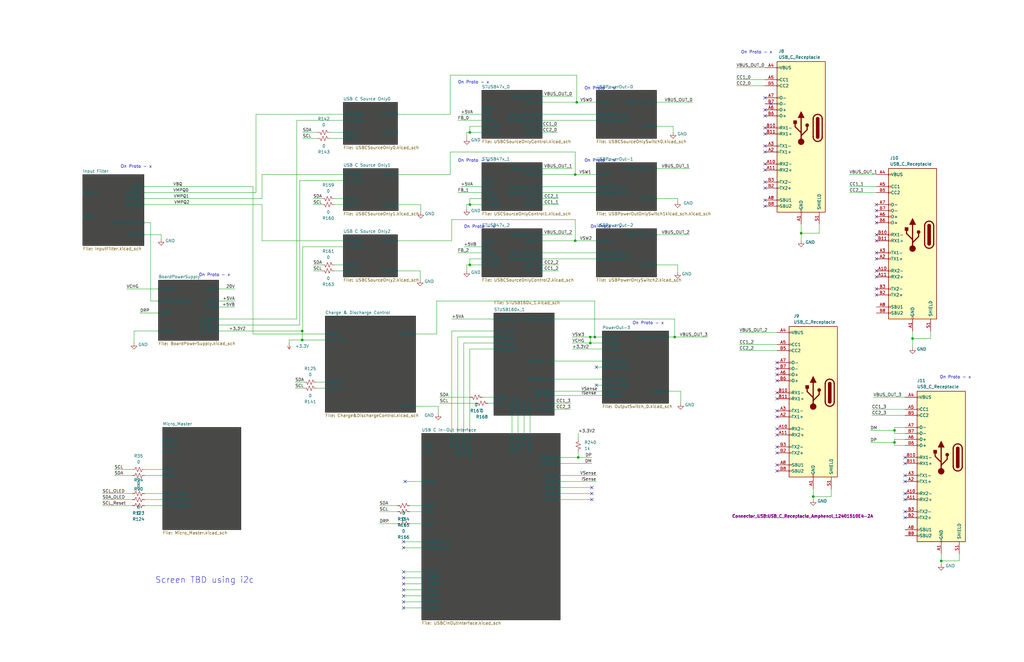
<source format=kicad_sch>
(kicad_sch (version 20230121) (generator eeschema)
  (paper "B")
  (title_block (title "SN-952-A, Charge & Discharge Control") (date "2023-06-28") (rev "PA"))
  (lib_symbols
    (symbol "Connector:USB_C_Receptacle" (pin_names (offset 1.016))
      (property "Reference" "J" (at -10.16 29.21 0))
      (property "Value" "USB_C_Receptacle" (at 10.16 29.21 0))
      (symbol "USB_C_Receptacle_0_0"
        (rectangle (start -0.254 -35.56) (end 0.254 -34.544))
        (rectangle (start 10.16 -32.766) (end 9.144 -33.274))
        (rectangle (start 10.16 -30.226) (end 9.144 -30.734))
        (rectangle (start 10.16 -25.146) (end 9.144 -25.654))
        (rectangle (start 10.16 -22.606) (end 9.144 -23.114))
        (rectangle (start 10.16 -17.526) (end 9.144 -18.034))
        (rectangle (start 10.16 -14.986) (end 9.144 -15.494))
        (rectangle (start 10.16 -9.906) (end 9.144 -10.414))
        (rectangle (start 10.16 -7.366) (end 9.144 -7.874))
        (rectangle (start 10.16 -2.286) (end 9.144 -2.794))
        (rectangle (start 10.16 0.254) (end 9.144 -0.254))
        (rectangle (start 10.16 5.334) (end 9.144 4.826))
        (rectangle (start 10.16 7.874) (end 9.144 7.366))
        (rectangle (start 10.16 10.414) (end 9.144 9.906))
        (rectangle (start 10.16 12.954) (end 9.144 12.446))
        (rectangle (start 10.16 18.034) (end 9.144 17.526))
        (rectangle (start 10.16 20.574) (end 9.144 20.066))
        (rectangle (start 10.16 25.654) (end 9.144 25.146))
      )
      (symbol "USB_C_Receptacle_0_1"
        (rectangle (start -10.16 27.94) (end 10.16 -35.56) (stroke (width 0.254)) (fill (type background)))
        (arc (start -8.89 -3.81) (mid -6.985 -5.7067) (end -5.08 -3.81) (stroke (width 0.508)))
        (arc (start -7.62 -3.81) (mid -6.985 -4.4423) (end -6.35 -3.81) (stroke (width 0.254)))
        (arc (start -7.62 -3.81) (mid -6.985 -4.4423) (end -6.35 -3.81) (stroke (width 0.254)) (fill (type outline)))
        (rectangle (start -7.62 -3.81) (end -6.35 3.81) (stroke (width 0.254)) (fill (type outline)))
        (arc (start -6.35 3.81) (mid -6.985 4.4423) (end -7.62 3.81) (stroke (width 0.254)))
        (arc (start -6.35 3.81) (mid -6.985 4.4423) (end -7.62 3.81) (stroke (width 0.254)) (fill (type outline)))
        (arc (start -5.08 3.81) (mid -6.985 5.7067) (end -8.89 3.81) (stroke (width 0.508)))
        (polyline (pts (xy -8.89 -3.81) (xy -8.89 3.81)) (stroke (width 0.508)))
        (polyline (pts (xy -5.08 3.81) (xy -5.08 -3.81)) (stroke (width 0.508)))
      )
      (symbol "USB_C_Receptacle_1_1"
        (circle (center -2.54 1.143) (radius 0.635) (stroke (width 0.254)) (fill (type outline)))
        (circle (center 0 -5.842) (radius 1.27) (fill (type outline)))
        (polyline (pts (xy 0 -5.842) (xy 0 4.318)) (stroke (width 0.508)))
        (polyline (pts (xy 0 -3.302) (xy -2.54 -0.762) (xy -2.54 0.508)) (stroke (width 0.508)))
        (polyline (pts (xy 0 -2.032) (xy 2.54 0.508) (xy 2.54 1.778)) (stroke (width 0.508)))
        (polyline (pts (xy -1.27 4.318) (xy 0 6.858) (xy 1.27 4.318) (xy -1.27 4.318)) (stroke (width 0.254)) (fill (type outline)))
        (rectangle (start 1.905 1.778) (end 3.175 3.048) (stroke (width 0.254)) (fill (type outline)))
        (pin passive line (at 0 -40.64 90) (length 5.08) (name "GND") (number "A1"))
        (pin bidirectional line (at 15.24 -15.24 180) (length 5.08) (name "RX2-") (number "A10"))
        (pin bidirectional line (at 15.24 -17.78 180) (length 5.08) (name "RX2+") (number "A11"))
        (pin passive line (at 0 -40.64 90) (length 5.08) hide (name "GND") (number "A12"))
        (pin bidirectional line (at 15.24 -10.16 180) (length 5.08) (name "TX1+") (number "A2"))
        (pin bidirectional line (at 15.24 -7.62 180) (length 5.08) (name "TX1-") (number "A3"))
        (pin passive line (at 15.24 25.4 180) (length 5.08) (name "VBUS") (number "A4"))
        (pin bidirectional line (at 15.24 20.32 180) (length 5.08) (name "CC1") (number "A5"))
        (pin bidirectional line (at 15.24 7.62 180) (length 5.08) (name "D+") (number "A6"))
        (pin bidirectional line (at 15.24 12.7 180) (length 5.08) (name "D-") (number "A7"))
        (pin bidirectional line (at 15.24 -30.48 180) (length 5.08) (name "SBU1") (number "A8"))
        (pin passive line (at 15.24 25.4 180) (length 5.08) hide (name "VBUS") (number "A9"))
        (pin passive line (at 0 -40.64 90) (length 5.08) hide (name "GND") (number "B1"))
        (pin bidirectional line (at 15.24 0 180) (length 5.08) (name "RX1-") (number "B10"))
        (pin bidirectional line (at 15.24 -2.54 180) (length 5.08) (name "RX1+") (number "B11"))
        (pin passive line (at 0 -40.64 90) (length 5.08) hide (name "GND") (number "B12"))
        (pin bidirectional line (at 15.24 -25.4 180) (length 5.08) (name "TX2+") (number "B2"))
        (pin bidirectional line (at 15.24 -22.86 180) (length 5.08) (name "TX2-") (number "B3"))
        (pin passive line (at 15.24 25.4 180) (length 5.08) hide (name "VBUS") (number "B4"))
        (pin bidirectional line (at 15.24 17.78 180) (length 5.08) (name "CC2") (number "B5"))
        (pin bidirectional line (at 15.24 5.08 180) (length 5.08) (name "D+") (number "B6"))
        (pin bidirectional line (at 15.24 10.16 180) (length 5.08) (name "D-") (number "B7"))
        (pin bidirectional line (at 15.24 -33.02 180) (length 5.08) (name "SBU2") (number "B8"))
        (pin passive line (at 15.24 25.4 180) (length 5.08) hide (name "VBUS") (number "B9"))
        (pin passive line (at -7.62 -40.64 90) (length 5.08) (name "SHIELD") (number "S1"))
      )
    )
    (symbol "Device:R_Small_US" (pin_numbers hide) (pin_names (offset 0.254) hide)
      (property "Reference" "R" (at 0.762 0.508 0))
      (property "Value" "R_Small_US" (at 0.762 -1.016 0))
      (symbol "R_Small_US_1_1"
        (polyline (pts (xy 0 0) (xy 1.016 -0.381) (xy 0 -0.762) (xy -1.016 -1.143) (xy 0 -1.524)))
        (polyline (pts (xy 0 1.524) (xy 1.016 1.143) (xy 0 0.762) (xy -1.016 0.381) (xy 0 0)))
        (pin passive line (at 0 2.54 270) (length 1.016) (name "~") (number "1"))
        (pin passive line (at 0 -2.54 90) (length 1.016) (name "~") (number "2"))
      )
    )
    (symbol "power:+3.3V" (power) (pin_names (offset 0))
      (property "Value" "+3.3V" (at 0 3.556 0))
      (symbol "+3.3V_0_1"
        (polyline (pts (xy -0.762 1.27) (xy 0 2.54)))
        (polyline (pts (xy 0 0) (xy 0 2.54)))
        (polyline (pts (xy 0 2.54) (xy 0.762 1.27)))
      )
      (symbol "+3.3V_1_1"
        (pin power_in line (at 0 0 90) (length 0) hide (name "+3.3V") (number "1"))
      )
    )
    (symbol "power:GND" (power) (pin_names (offset 0))
      (property "Value" "GND" (at 0 -3.81 0))
      (symbol "GND_0_1"
        (polyline (pts (xy 0 0) (xy 0 -1.27) (xy 1.27 -1.27) (xy 0 -2.54) (xy -1.27 -1.27) (xy 0 -1.27)))
      )
      (symbol "GND_1_1"
        (pin power_in line (at 0 0 270) (length 0) hide (name "GND") (number "1"))
      )
    )
  )
  (junction (at 243.205 43.18))
  (junction (at 284.48 142.24))
  (junction (at 243.84 193.04))
  (junction (at 127.4283 139.7))
  (junction (at 337.82 98.425))
  (junction (at 377.19 181.61))
  (junction (at 250.825 142.24))
  (junction (at 198.12 55.88))
  (junction (at 127.4283 143.51))
  (junction (at 198.12 86.36))
  (junction (at 248.92 142.24))
  (junction (at 242.57 73.66))
  (junction (at 242.57 101.6))
  (junction (at 377.19 186.69))
  (junction (at 384.81 142.875))
  (junction (at 198.12 111.76))
  (junction (at 396.875 236.7063))
  (junction (at 342.9 209.55))
  (junction (at 248.92 144.78))
  (no_connect (at 170.18 248.92))
  (no_connect (at 170.18 251.46))
  (no_connect (at 170.18 254))
  (no_connect (at 170.18 256.54))
  (no_connect (at 170.18 246.38))
  (no_connect (at 170.18 241.3))
  (no_connect (at 170.18 243.84))
  (no_connect (at 327.66 155.575))
  (no_connect (at 251.46 162.56))
  (no_connect (at 251.46 154.94))
  (no_connect (at 322.58 53.975))
  (no_connect (at 322.58 61.595))
  (no_connect (at 322.58 56.515))
  (no_connect (at 322.58 64.135))
  (no_connect (at 322.58 41.275))
  (no_connect (at 325.12 43.815))
  (no_connect (at 322.58 46.355))
  (no_connect (at 322.58 48.895))
  (no_connect (at 322.58 69.215))
  (no_connect (at 322.58 71.755))
  (no_connect (at 322.58 76.835))
  (no_connect (at 322.58 79.375))
  (no_connect (at 381.635 208.28))
  (no_connect (at 381.635 210.82))
  (no_connect (at 381.635 215.9))
  (no_connect (at 381.635 218.44))
  (no_connect (at 381.635 193.04))
  (no_connect (at 381.635 195.58))
  (no_connect (at 381.635 200.66))
  (no_connect (at 381.635 203.2))
  (no_connect (at 369.57 109.22))
  (no_connect (at 369.57 99.06))
  (no_connect (at 369.57 106.68))
  (no_connect (at 369.57 101.6))
  (no_connect (at 369.57 124.46))
  (no_connect (at 369.57 121.92))
  (no_connect (at 369.57 114.3))
  (no_connect (at 369.57 116.84))
  (no_connect (at 369.57 93.98))
  (no_connect (at 369.57 88.9))
  (no_connect (at 369.57 86.36))
  (no_connect (at 369.57 91.44))
  (no_connect (at 327.66 188.595))
  (no_connect (at 327.66 191.135))
  (no_connect (at 327.66 183.515))
  (no_connect (at 327.66 175.895))
  (no_connect (at 327.66 180.975))
  (no_connect (at 327.66 173.355))
  (no_connect (at 327.66 168.275))
  (no_connect (at 327.66 165.735))
  (no_connect (at 322.58 86.995))
  (no_connect (at 322.58 84.455))
  (no_connect (at 327.66 196.215))
  (no_connect (at 327.66 198.755))
  (no_connect (at 170.18 228.6))
  (no_connect (at 327.66 158.115))
  (no_connect (at 170.18 231.14))
  (no_connect (at 327.66 153.035))
  (no_connect (at 327.66 160.655))
  (no_connect (at 170.815 203.2))
  (no_connect (at 249.555 205.74))
  (no_connect (at 249.555 210.82))
  (no_connect (at 249.555 208.28))
  (wire (pts (xy 233.68 170.18) (xy 240.665 170.18)))
  (wire (pts (xy 381.635 187.96) (xy 377.19 187.96)))
  (wire (pts (xy 248.92 144.78) (xy 254 144.78)))
  (wire (pts (xy 248.92 142.24) (xy 250.825 142.24)))
  (wire (pts (xy 43.18 210.82) (xy 55.88 210.82)))
  (wire (pts (xy 127.635 58.42) (xy 134.021 58.42)))
  (wire (pts (xy 233.68 172.72) (xy 240.665 172.72)))
  (wire (pts (xy 92.202 137.16) (xy 126.365 137.16)))
  (wire (pts (xy 170.18 251.46) (xy 177.8 251.46)))
  (wire (pts (xy 342.9 209.55) (xy 342.9 206.375)))
  (wire (pts (xy 139.065 55.88) (xy 144.78 55.88)))
  (wire (pts (xy 290.83 99.06) (xy 276.86 99.06)))
  (wire (pts (xy 198.12 55.88) (xy 196.85 55.88)))
  (wire (pts (xy 292.1 43.18) (xy 276.86 43.18)))
  (wire (pts (xy 392.43 142.875) (xy 384.81 142.875)))
  (wire (pts (xy 189.865 31.75) (xy 243.205 31.75)))
  (wire (pts (xy 170.18 248.92) (xy 177.8 248.92)))
  (wire (pts (xy 198.12 147.32) (xy 208.28 147.32)))
  (wire (pts (xy 228.6 109.22) (xy 251.46 109.22)))
  (wire (pts (xy 249.555 205.74) (xy 236.22 205.74)))
  (wire (pts (xy 189.865 64.135) (xy 242.57 64.135)))
  (wire (pts (xy 137.16 140.97) (xy 106.68 140.97)))
  (wire (pts (xy 60.706 93.98) (xy 63.5 93.98)))
  (wire (pts (xy 228.6 73.66) (xy 242.57 73.66)))
  (wire (pts (xy 367.665 172.72) (xy 381.635 172.72)))
  (wire (pts (xy 53.34 121.92) (xy 66.802 121.92)))
  (wire (pts (xy 110.49 73.66) (xy 110.49 83.82)))
  (wire (pts (xy 194.31 48.26) (xy 203.2 48.26)))
  (wire (pts (xy 203.2 55.88) (xy 198.12 55.88)))
  (wire (pts (xy 243.84 190.5) (xy 243.84 193.04)))
  (wire (pts (xy 284.48 142.24) (xy 284.48 134.62)))
  (wire (pts (xy 170.18 228.6) (xy 177.8 228.6)))
  (wire (pts (xy 350.52 206.375) (xy 350.52 209.55)))
  (wire (pts (xy 276.86 111.76) (xy 285.75 111.76)))
  (wire (pts (xy 177.8 241.3) (xy 170.18 241.3)))
  (wire (pts (xy 125.095 50.8) (xy 125.095 134.62)))
  (wire (pts (xy 243.205 31.75) (xy 243.205 43.18)))
  (wire (pts (xy 137.16 143.51) (xy 127.4283 143.51)))
  (wire (pts (xy 342.9 210.82) (xy 342.9 209.55)))
  (wire (pts (xy 208.28 142.24) (xy 193.04 142.24)))
  (wire (pts (xy 63.5 127) (xy 66.802 127)))
  (wire (pts (xy 281.94 165.1) (xy 287.02 165.1)))
  (wire (pts (xy 106.68 78.74) (xy 60.706 78.74)))
  (wire (pts (xy 195.58 144.78) (xy 208.28 144.78)))
  (wire (pts (xy 285.75 111.76) (xy 285.75 114.935)))
  (wire (pts (xy 377.19 181.61) (xy 367.03 181.61)))
  (wire (pts (xy 228.6 101.6) (xy 242.57 101.6)))
  (wire (pts (xy 139.101 58.42) (xy 144.78 58.42)))
  (wire (pts (xy 190.5 92.71) (xy 242.57 92.71)))
  (wire (pts (xy 377.19 187.96) (xy 377.19 186.69)))
  (wire (pts (xy 251.46 154.94) (xy 254 154.94)))
  (wire (pts (xy 377.19 186.69) (xy 367.03 186.69)))
  (wire (pts (xy 284.48 134.62) (xy 233.68 134.62)))
  (wire (pts (xy 203.2 86.36) (xy 198.12 86.36)))
  (wire (pts (xy 170.18 246.38) (xy 177.8 246.38)))
  (wire (pts (xy 384.81 142.875) (xy 384.81 139.7)))
  (wire (pts (xy 228.6 81.28) (xy 251.46 81.28)))
  (wire (pts (xy 218.44 175.26) (xy 218.44 182.88)))
  (wire (pts (xy 250.825 142.24) (xy 254 142.24)))
  (wire (pts (xy 228.6 78.74) (xy 251.46 78.74)))
  (wire (pts (xy 110.49 101.6) (xy 144.78 101.6)))
  (wire (pts (xy 285.75 83.82) (xy 285.75 85.09)))
  (wire (pts (xy 228.6 48.26) (xy 251.46 48.26)))
  (wire (pts (xy 228.6 86.36) (xy 235.585 86.36)))
  (wire (pts (xy 311.785 147.955) (xy 327.66 147.955)))
  (wire (pts (xy 193.04 106.68) (xy 203.2 106.68)))
  (wire (pts (xy 132.08 86.36) (xy 135.89 86.36)))
  (wire (pts (xy 167.64 48.26) (xy 189.865 48.26)))
  (wire (pts (xy 236.22 195.58) (xy 249.555 195.58)))
  (wire (pts (xy 228.6 50.8) (xy 251.46 50.8)))
  (wire (pts (xy 228.6 99.06) (xy 241.3 99.06)))
  (wire (pts (xy 228.6 53.34) (xy 234.95 53.34)))
  (wire (pts (xy 133.35 163.83) (xy 137.16 163.83)))
  (wire (pts (xy 228.6 43.18) (xy 243.205 43.18)))
  (wire (pts (xy 121.92 143.51) (xy 127.4283 143.51)))
  (wire (pts (xy 384.81 146.685) (xy 384.81 142.875)))
  (wire (pts (xy 233.68 166.8588) (xy 254 166.8588)))
  (wire (pts (xy 350.52 209.55) (xy 342.9 209.55)))
  (wire (pts (xy 228.6 114.3) (xy 235.585 114.3)))
  (wire (pts (xy 381.635 185.42) (xy 377.19 185.42)))
  (wire (pts (xy 198.12 182.88) (xy 198.12 147.32)))
  (wire (pts (xy 127.4283 139.7) (xy 127.635 139.7)))
  (wire (pts (xy 196.85 111.76) (xy 196.85 114.3)))
  (wire (pts (xy 243.84 182.88) (xy 243.84 185.42)))
  (wire (pts (xy 233.68 152.4) (xy 254 152.4)))
  (wire (pts (xy 189.865 73.66) (xy 189.865 64.135)))
  (wire (pts (xy 177.165 114.3) (xy 177.165 118.11)))
  (wire (pts (xy 396.875 238.125) (xy 396.875 236.7063)))
  (wire (pts (xy 196.85 86.36) (xy 196.85 88.265)))
  (wire (pts (xy 367.665 175.26) (xy 381.635 175.26)))
  (wire (pts (xy 170.815 203.2) (xy 177.8 203.2)))
  (wire (pts (xy 107.95 48.26) (xy 144.78 48.26)))
  (wire (pts (xy 160.02 220.98) (xy 167.64 220.98)))
  (wire (pts (xy 251.46 162.56) (xy 254 162.56)))
  (wire (pts (xy 311.785 140.335) (xy 327.66 140.335)))
  (wire (pts (xy 177.419 86.36) (xy 177.419 89.535)))
  (wire (pts (xy 404.495 233.68) (xy 404.495 236.7063)))
  (wire (pts (xy 251.46 101.6) (xy 242.57 101.6)))
  (wire (pts (xy 140.97 83.82) (xy 144.78 83.82)))
  (wire (pts (xy 140.97 111.76) (xy 144.78 111.76)))
  (wire (pts (xy 144.78 104.14) (xy 127.635 104.14)))
  (wire (pts (xy 92.202 134.62) (xy 125.095 134.62)))
  (wire (pts (xy 126.365 76.2) (xy 144.78 76.2)))
  (wire (pts (xy 185.42 167.64) (xy 198.2577 167.64)))
  (wire (pts (xy 170.18 231.14) (xy 177.8 231.14)))
  (wire (pts (xy 133.35 161.29) (xy 137.16 161.29)))
  (wire (pts (xy 203.2 111.76) (xy 198.12 111.76)))
  (wire (pts (xy 106.68 140.97) (xy 106.68 78.74)))
  (wire (pts (xy 60.96 208.28) (xy 68.58 208.28)))
  (wire (pts (xy 248.92 144.78) (xy 248.92 142.24)))
  (wire (pts (xy 59.055 132.08) (xy 66.802 132.08)))
  (wire (pts (xy 310.515 36.195) (xy 322.58 36.195)))
  (wire (pts (xy 242.57 64.135) (xy 242.57 73.66)))
  (wire (pts (xy 43.18 213.36) (xy 55.88 213.36)))
  (wire (pts (xy 377.19 180.34) (xy 377.19 181.61)))
  (wire (pts (xy 198.12 111.76) (xy 196.85 111.76)))
  (wire (pts (xy 167.894 86.36) (xy 177.419 86.36)))
  (wire (pts (xy 172.72 220.98) (xy 177.8 220.98)))
  (wire (pts (xy 358.14 81.28) (xy 369.57 81.28)))
  (wire (pts (xy 56.515 139.7) (xy 56.515 144.78)))
  (wire (pts (xy 223.52 175.26) (xy 223.52 182.88)))
  (wire (pts (xy 377.19 182.88) (xy 377.19 181.61)))
  (wire (pts (xy 281.94 142.24) (xy 284.48 142.24)))
  (wire (pts (xy 283.845 53.34) (xy 283.845 55.88)))
  (wire (pts (xy 228.6 40.64) (xy 241.3 40.64)))
  (wire (pts (xy 184.15 140.97) (xy 184.15 127)))
  (wire (pts (xy 233.68 165.1) (xy 254 165.1)))
  (wire (pts (xy 236.22 203.2) (xy 251.46 203.2)))
  (wire (pts (xy 60.96 198.12) (xy 68.58 198.12)))
  (wire (pts (xy 190.5 182.88) (xy 190.5 139.7)))
  (wire (pts (xy 60.96 200.66) (xy 68.58 200.66)))
  (wire (pts (xy 110.49 86.36) (xy 110.49 101.6)))
  (wire (pts (xy 276.86 83.82) (xy 285.75 83.82)))
  (wire (pts (xy 198.12 109.22) (xy 198.12 111.76)))
  (wire (pts (xy 66.802 139.7) (xy 56.515 139.7)))
  (wire (pts (xy 228.6 71.12) (xy 241.3 71.12)))
  (wire (pts (xy 198.12 53.34) (xy 198.12 55.88)))
  (wire (pts (xy 135.89 83.82) (xy 132.08 83.82)))
  (wire (pts (xy 242.57 73.66) (xy 251.46 73.66)))
  (wire (pts (xy 128.27 161.29) (xy 124.46 161.29)))
  (wire (pts (xy 358.14 73.66) (xy 369.57 73.66)))
  (wire (pts (xy 228.6 106.68) (xy 251.46 106.68)))
  (wire (pts (xy 233.68 160.02) (xy 254 160.02)))
  (wire (pts (xy 160.02 213.36) (xy 167.64 213.36)))
  (wire (pts (xy 345.44 98.425) (xy 337.82 98.425)))
  (wire (pts (xy 241.3 142.24) (xy 248.92 142.24)))
  (wire (pts (xy 228.6 55.88) (xy 234.95 55.88)))
  (wire (pts (xy 184.785 171.45) (xy 184.785 174.625)))
  (wire (pts (xy 287.02 165.1) (xy 287.02 170.18)))
  (wire (pts (xy 170.18 243.84) (xy 177.8 243.84)))
  (wire (pts (xy 175.26 171.45) (xy 184.785 171.45)))
  (wire (pts (xy 172.72 215.9) (xy 177.8 215.9)))
  (wire (pts (xy 404.495 236.7063) (xy 396.875 236.7063)))
  (wire (pts (xy 249.555 208.28) (xy 236.22 208.28)))
  (wire (pts (xy 194.31 78.74) (xy 203.2 78.74)))
  (wire (pts (xy 144.78 50.8) (xy 125.095 50.8)))
  (wire (pts (xy 189.865 48.26) (xy 189.865 31.75)))
  (wire (pts (xy 60.706 86.36) (xy 110.49 86.36)))
  (wire (pts (xy 203.3377 167.64) (xy 208.28 167.64)))
  (wire (pts (xy 195.58 182.88) (xy 195.58 144.78)))
  (wire (pts (xy 167.894 73.66) (xy 189.865 73.66)))
  (wire (pts (xy 60.96 213.36) (xy 68.58 213.36)))
  (wire (pts (xy 127.635 55.88) (xy 133.985 55.88)))
  (wire (pts (xy 110.49 83.82) (xy 60.706 83.82)))
  (wire (pts (xy 92.202 127) (xy 99.06 127)))
  (wire (pts (xy 167.64 101.6) (xy 190.5 101.6)))
  (wire (pts (xy 396.875 236.7063) (xy 396.875 233.68)))
  (wire (pts (xy 381.635 180.34) (xy 377.19 180.34)))
  (wire (pts (xy 193.04 142.24) (xy 193.04 182.88)))
  (wire (pts (xy 242.57 92.71) (xy 242.57 101.6)))
  (wire (pts (xy 205.74 170.18) (xy 208.28 170.18)))
  (wire (pts (xy 63.5 93.98) (xy 63.5 127)))
  (wire (pts (xy 92.202 129.54) (xy 99.06 129.54)))
  (wire (pts (xy 132.08 114.3) (xy 135.89 114.3)))
  (wire (pts (xy 290.83 71.12) (xy 276.86 71.12)))
  (wire (pts (xy 144.78 73.66) (xy 110.49 73.66)))
  (wire (pts (xy 377.19 185.42) (xy 377.19 186.69)))
  (wire (pts (xy 310.515 33.655) (xy 322.58 33.655)))
  (wire (pts (xy 48.26 198.12) (xy 55.88 198.12)))
  (wire (pts (xy 190.5 139.7) (xy 208.28 139.7)))
  (wire (pts (xy 228.6 111.76) (xy 235.585 111.76)))
  (wire (pts (xy 124.46 163.83) (xy 128.27 163.83)))
  (wire (pts (xy 215.9 175.26) (xy 215.9 182.88)))
  (wire (pts (xy 236.22 193.04) (xy 243.84 193.04)))
  (wire (pts (xy 126.365 137.16) (xy 126.365 76.2)))
  (wire (pts (xy 196.85 55.88) (xy 196.85 58.42)))
  (wire (pts (xy 170.18 254) (xy 177.8 254)))
  (wire (pts (xy 127.635 104.14) (xy 127.635 139.7)))
  (wire (pts (xy 172.72 213.36) (xy 177.8 213.36)))
  (wire (pts (xy 311.785 145.415) (xy 327.66 145.415)))
  (wire (pts (xy 92.202 121.92) (xy 99.06 121.92)))
  (wire (pts (xy 236.22 200.66) (xy 251.46 200.66)))
  (wire (pts (xy 358.14 78.74) (xy 369.57 78.74)))
  (wire (pts (xy 43.18 208.28) (xy 55.88 208.28)))
  (wire (pts (xy 203.2 53.34) (xy 198.12 53.34)))
  (wire (pts (xy 60.706 81.28) (xy 107.95 81.28)))
  (wire (pts (xy 184.15 127) (xy 250.825 127)))
  (wire (pts (xy 198.12 83.82) (xy 198.12 86.36)))
  (wire (pts (xy 392.43 139.7) (xy 392.43 142.875)))
  (wire (pts (xy 135.89 111.76) (xy 132.08 111.76)))
  (wire (pts (xy 48.26 200.66) (xy 55.88 200.66)))
  (wire (pts (xy 284.48 142.24) (xy 298.45 142.24)))
  (wire (pts (xy 167.64 114.3) (xy 177.165 114.3)))
  (wire (pts (xy 67.945 99.06) (xy 67.945 100.965)))
  (wire (pts (xy 140.97 86.36) (xy 144.78 86.36)))
  (wire (pts (xy 127.4283 143.51) (xy 127.4283 139.7)))
  (wire (pts (xy 250.825 127) (xy 250.825 142.24)))
  (wire (pts (xy 160.02 215.9) (xy 167.64 215.9)))
  (wire (pts (xy 248.92 144.78) (xy 241.3 144.78)))
  (wire (pts (xy 243.205 43.18) (xy 251.46 43.18)))
  (wire (pts (xy 193.04 81.28) (xy 203.2 81.28)))
  (wire (pts (xy 368.3 167.64) (xy 381.635 167.64)))
  (wire (pts (xy 249.555 210.82) (xy 236.22 210.82)))
  (wire (pts (xy 337.82 101.6) (xy 337.82 98.425)))
  (wire (pts (xy 190.5 101.6) (xy 190.5 92.71)))
  (wire (pts (xy 185.42 170.18) (xy 200.66 170.18)))
  (wire (pts (xy 220.98 175.26) (xy 220.98 182.88)))
  (wire (pts (xy 337.82 98.425) (xy 337.82 94.615)))
  (wire (pts (xy 276.86 53.34) (xy 283.845 53.34)))
  (wire (pts (xy 193.04 50.8) (xy 203.2 50.8)))
  (wire (pts (xy 140.97 114.3) (xy 144.78 114.3)))
  (wire (pts (xy 107.95 81.28) (xy 107.95 48.26)))
  (wire (pts (xy 241.3 147.32) (xy 254 147.32)))
  (wire (pts (xy 198.12 86.36) (xy 196.85 86.36)))
  (wire (pts (xy 203.2 83.82) (xy 198.12 83.82)))
  (wire (pts (xy 228.6 83.82) (xy 235.585 83.82)))
  (wire (pts (xy 310.515 28.575) (xy 322.58 28.575)))
  (wire (pts (xy 60.96 210.82) (xy 68.58 210.82)))
  (wire (pts (xy 177.8 256.54) (xy 170.18 256.54)))
  (wire (pts (xy 190.5 134.62) (xy 208.28 134.62)))
  (wire (pts (xy 345.44 94.615) (xy 345.44 98.425)))
  (wire (pts (xy 60.706 99.06) (xy 67.945 99.06)))
  (wire (pts (xy 203.2 109.22) (xy 198.12 109.22)))
  (wire (pts (xy 92.202 139.7) (xy 127.4283 139.7)))
  (wire (pts (xy 175.26 140.97) (xy 184.15 140.97)))
  (wire (pts (xy 243.84 193.04) (xy 249.555 193.04)))
  (wire (pts (xy 381.635 182.88) (xy 377.19 182.88)))
  (wire (pts (xy 121.92 144.78) (xy 121.92 143.51)))
  (wire (pts (xy 195.58 104.14) (xy 203.2 104.14)))
  (text "On Proto - x\n" (at 193.04 35.56 0) (effects (font (size 1.27 1.27)) (justify left bottom)))
  (text "On Proto - x\n" (at 248.92 96.52 0) (effects (font (size 1.27 1.27)) (justify left bottom)))
  (text "On Proto - x\n" (at 83.82 116.84 0) (effects (font (size 1.27 1.27)) (justify left bottom)))
  (text "On Proto - x\n" (at 246.38 68.58 0) (effects (font (size 1.27 1.27)) (justify left bottom)))
  (text "On Proto - x\n" (at 193.04 68.58 0) (effects (font (size 1.27 1.27)) (justify left bottom)))
  (text "On Proto - x\n" (at 195.58 96.52 0) (effects (font (size 1.27 1.27)) (justify left bottom)))
  (text "On Proto - x\n" (at 50.8 71.12 0) (effects (font (size 1.27 1.27)) (justify left bottom)))
  (text "On Proto - x\n" (at 266.7 137.16 0) (effects (font (size 1.27 1.27)) (justify left bottom)))
  (text "On Proto - x\n" (at 246.38 38.1 0) (effects (font (size 1.27 1.27)) (justify left bottom)))
  (text "On Proto - x\n" (at 312.42 22.86 0) (effects (font (size 1.27 1.27)) (justify left bottom)))
  (text "Screen TBD using i2c" (at 65.405 246.38 0) (effects (font (size 2.54 2.54)) (justify left bottom)))
  (text "On Proto - x\n" (at 396.24 160.02 0) (effects (font (size 1.27 1.27)) (justify left bottom)))
  (label "CC1_1" (at 358.14 78.74 0))
  (label "VMPQ1" (at 73.2283 83.82 0))
  (label "VCHG" (at 53.34 121.92 0))
  (label "VCHG" (at 241.3 144.78 0))
  (label "ISense" (at 251.46 203.2 180))
  (label "CC2_3" (at 240.665 172.72 180))
  (label "VSW1" (at 244.2136 73.66 0))
  (label "SCL" (at 48.26 198.12 0))
  (label "CC2_2" (at 311.785 147.955 0))
  (label "VSW2" (at 244.475 101.6 0))
  (label "ISense" (at 245.11 166.8588 0))
  (label "DP" (at 249.555 193.04 180))
  (label "SDA" (at 185.42 167.64 0))
  (label "CC1_0" (at 310.515 33.655 0))
  (label "VSense" (at 245.11 165.1 0))
  (label "VBUS_OUT_2" (at 241.3 99.06 180))
  (label "SDA" (at 48.26 200.66 0))
  (label "CC1_2" (at 311.785 145.415 0))
  (label "VBQ" (at 73.025 78.74 0))
  (label "CC1_0" (at 234.95 53.34 180))
  (label "VSW0" (at 244.6184 43.18 0))
  (label "SCL" (at 132.08 114.3 0))
  (label "DRP" (at 160.02 220.98 0))
  (label "+5VA" (at 99.06 127 180))
  (label "DRP" (at 59.055 132.08 0))
  (label "SCL" (at 185.42 170.18 0))
  (label "CC2_0" (at 234.95 55.88 180))
  (label "SCL" (at 132.08 86.36 0))
  (label "CC2_1" (at 235.585 83.82 180))
  (label "+3.3V2" (at 96.52 139.7 0))
  (label "VBUS_OUT_1" (at 358.14 73.66 0))
  (label "CC2_0" (at 310.515 36.195 0))
  (label "CC1_3" (at 367.665 172.72 0))
  (label "VMPQ2" (at 73.4202 86.36 0))
  (label "+5VB" (at 195.58 104.14 0))
  (label "VBUS_OUT_2" (at 290.83 99.06 180))
  (label "VBUS_OUT_1" (at 290.83 71.12 180))
  (label "VSW3" (at 241.3 142.24 0))
  (label "SDA_OLED" (at 43.18 210.82 0))
  (label "VBUS_OUT_3" (at 298.45 142.24 180))
  (label "CC2_2" (at 235.585 111.76 180))
  (label "+3.3V2" (at 241.3 147.32 0))
  (label "VBUS_OUT_0" (at 310.515 28.575 0))
  (label "VBUS_OUT_3" (at 368.3 167.64 0))
  (label "SCL" (at 160.02 215.9 0))
  (label "DM" (at 249.555 195.58 180))
  (label "SDA" (at 132.08 111.76 0))
  (label "FB_0" (at 193.04 50.8 0))
  (label "SCL_OLED" (at 43.18 208.28 0))
  (label "CC2_1" (at 358.14 81.28 0))
  (label "DP" (at 367.03 186.69 0))
  (label "SDA" (at 160.02 213.36 0))
  (label "VSense" (at 251.46 200.66 180))
  (label "FB_1" (at 193.04 81.28 0))
  (label "VBUS_OUT_2" (at 311.785 140.335 0))
  (label "+3.3V2" (at 243.84 182.88 0))
  (label "DM" (at 367.03 181.61 0))
  (label "VBUS_OUT_1" (at 241.3 71.12 180))
  (label "VBUS_OUT_0" (at 241.3 40.64 180))
  (label "SCL_Reset" (at 43.18 213.36 0))
  (label "SCL" (at 124.46 163.83 0))
  (label "SCL" (at 127.635 58.42 0))
  (label "FB_2" (at 193.04 106.68 0))
  (label "SDA" (at 127.635 55.88 0))
  (label "SDA" (at 132.08 83.82 0))
  (label "CC1_2" (at 235.585 114.3 180))
  (label "CC1_3" (at 240.665 170.18 180))
  (label "20V" (at 99.06 121.92 180))
  (label "+5VA" (at 194.31 78.74 0))
  (label "+5VA" (at 194.31 48.26 0))
  (label "+5VA" (at 190.5 134.62 0))
  (label "CC1_1" (at 235.585 86.36 180))
  (label "VBUS_OUT_0" (at 292.1 43.18 180))
  (label "+5VB" (at 99.06 129.54 180))
  (label "VMPQ0" (at 73.025 81.28 0))
  (label "CC2_3" (at 367.665 175.26 0))
  (label "SDA" (at 124.46 161.29 0))
  (symbol (lib_id "Device:R_Small_US") (at 58.42 208.28 90) (unit 1)
    (property "Reference" "R94" (at 58.42 202.565 90))
    (property "Value" "0" (at 58.42 205.105 90))
    (property "Footprint" "Resistor_SMD:R_0402_1005Metric" (effects hide))
    (property "MANUFACTURER" "YAGEO" (effects hide))
    (property "Part Name" "RC0402JR-130RL" (effects hide))
  )
  (symbol (lib_id "Device:R_Small_US") (at 136.525 55.88 270) (mirror x) (unit 1)
    (property "Reference" "R142" (at 136.525 50.165 90))
    (property "Value" "0" (at 136.525 52.705 90))
    (property "Footprint" "Resistor_SMD:R_0402_1005Metric" (effects hide))
    (property "MANUFACTURER" "YAGEO" (effects hide))
    (property "Part Name" "RC0402JR-130RL" (effects hide))
  )
  (symbol (lib_id "Device:R_Small_US") (at 200.7977 167.64 90) (mirror x) (unit 1)
    (property "Reference" "R167" (at 200.7977 173.355 90))
    (property "Value" "0" (at 200.7977 170.815 90))
    (property "Footprint" "Resistor_SMD:R_0402_1005Metric" (effects hide))
    (property "MANUFACTURER" "YAGEO" (effects hide))
    (property "Part Name" "RC0402JR-130RL" (effects hide))
  )
  (symbol (lib_id "Device:R_Small_US") (at 138.43 111.76 270) (mirror x) (unit 1)
    (property "Reference" "R161" (at 138.43 106.045 90))
    (property "Value" "0" (at 138.43 108.585 90))
    (property "Footprint" "Resistor_SMD:R_0402_1005Metric" (effects hide))
    (property "MANUFACTURER" "YAGEO" (effects hide))
    (property "Part Name" "RC0402JR-130RL" (effects hide))
  )
  (symbol (lib_id "power:GND") (at 384.81 146.685 0) (unit 1)
    (property "Reference" "#PWR0134" (effects hide))
    (property "Value" "GND" (at 388.62 147.32 0))
  )
  (symbol (lib_id "power:GND") (at 67.945 100.965 0) (unit 1)
    (property "Reference" "#PWR0175" (effects hide))
    (property "Value" "GND" (at 71.755 101.6 0))
  )
  (symbol (lib_id "power:GND") (at 285.75 85.09 0) (unit 1)
    (property "Reference" "#PWR0150" (effects hide))
    (property "Value" "GND" (at 290.195 85.725 0))
  )
  (symbol (lib_id "Device:R_Small_US") (at 130.81 161.29 270) (mirror x) (unit 1)
    (property "Reference" "R125" (at 130.81 155.575 90))
    (property "Value" "0" (at 130.81 158.115 90))
    (property "Footprint" "Resistor_SMD:R_0402_1005Metric" (effects hide))
    (property "MANUFACTURER" "YAGEO" (effects hide))
    (property "Part Name" "RC0402JR-130RL" (effects hide))
  )
  (symbol (lib_id "power:GND") (at 177.165 118.11 0) (unit 1)
    (property "Reference" "#PWR0218" (effects hide))
    (property "Value" "GND" (at 180.975 118.745 0))
  )
  (symbol (lib_id "Connector:USB_C_Receptacle") (at 342.9 165.735 0) (mirror y) (unit 1)
    (property "Reference" "J9" (at 334.645 133.35 0) (effects (justify right)))
    (property "Value" "USB_C_Receptacle" (at 334.645 135.89 0) (effects (justify right)))
    (property "Footprint" "Connector_USB:USB_C_Receptacle_Amphenol_12401610E4-2A" (at 338.455 217.805 0))
    (property "Datasheet" "https://www.usb.org/sites/default/files/documents/usb_type-c.zip" (effects hide))
  )
  (symbol (lib_id "power:GND") (at 283.845 55.88 0) (unit 1)
    (property "Reference" "#PWR0162" (effects hide))
    (property "Value" "GND" (at 287.655 56.515 0))
  )
  (symbol (lib_id "Device:R_Small_US") (at 136.561 58.42 90) (mirror x) (unit 1)
    (property "Reference" "R143" (at 136.561 64.135 90))
    (property "Value" "0" (at 136.561 61.595 90))
    (property "Footprint" "Resistor_SMD:R_0402_1005Metric" (effects hide))
    (property "MANUFACTURER" "YAGEO" (effects hide))
    (property "Part Name" "RC0402JR-130RL" (effects hide))
  )
  (symbol (lib_id "Connector:USB_C_Receptacle") (at 337.82 53.975 0) (mirror y) (unit 1)
    (property "Reference" "J8" (at 328.295 21.59 0) (effects (justify right)))
    (property "Value" "USB_C_Receptacle" (at 328.295 24.13 0) (effects (justify right)))
    (property "Footprint" "Connector_USB:USB_C_Receptacle_Amphenol_12401610E4-2A" (at 338.455 217.805 0))
    (property "Datasheet" "https://www.usb.org/sites/default/files/documents/usb_type-c.zip" (effects hide))
  )
  (symbol (lib_id "Device:R_Small_US") (at 170.18 215.9 90) (mirror x) (unit 1)
    (property "Reference" "R165" (at 170.18 221.615 90))
    (property "Value" "0" (at 170.18 219.075 90))
    (property "Footprint" "Resistor_SMD:R_0402_1005Metric" (effects hide))
    (property "MANUFACTURER" "YAGEO" (effects hide))
    (property "Part Name" "RC0402JR-130RL" (effects hide))
  )
  (symbol (lib_id "power:GND") (at 184.785 174.625 0) (mirror y) (unit 1)
    (property "Reference" "#PWR0219" (effects hide))
    (property "Value" "GND" (at 180.975 175.26 0))
  )
  (symbol (lib_id "Device:R_Small_US") (at 203.2 170.18 90) (mirror x) (unit 1)
    (property "Reference" "R168" (at 203.2 175.895 90))
    (property "Value" "0" (at 203.2 173.355 90))
    (property "Footprint" "Resistor_SMD:R_0402_1005Metric" (effects hide))
    (property "MANUFACTURER" "YAGEO" (effects hide))
    (property "Part Name" "RC0402JR-130RL" (effects hide))
  )
  (symbol (lib_id "Device:R_Small_US") (at 58.42 213.36 270) (unit 1)
    (property "Reference" "R124" (at 58.42 219.075 90))
    (property "Value" "0" (at 58.42 216.535 90))
    (property "Footprint" "Resistor_SMD:R_0402_1005Metric" (effects hide))
    (property "MANUFACTURER" "YAGEO" (effects hide))
    (property "Part Name" "RC0402JR-130RL" (effects hide))
  )
  (symbol (lib_id "Connector:USB_C_Receptacle") (at 384.81 99.06 0) (mirror y) (unit 1)
    (property "Reference" "J10" (at 375.285 66.675 0) (effects (justify right)))
    (property "Value" "USB_C_Receptacle" (at 375.285 69.215 0) (effects (justify right)))
    (property "Footprint" "Connector_USB:USB_C_Receptacle_Amphenol_12401610E4-2A" (at 338.455 217.805 0))
    (property "Datasheet" "https://www.usb.org/sites/default/files/documents/usb_type-c.zip" (effects hide))
  )
  (symbol (lib_id "Device:R_Small_US") (at 243.84 187.96 0) (mirror y) (unit 1)
    (property "Reference" "R240" (at 246.38 186.6899 0) (effects (justify right)))
    (property "Value" "1k" (at 246.38 189.2299 0) (effects (justify right)))
    (property "Footprint" "Resistor_SMD:R_0402_1005Metric" (effects hide))
    (property "part name" "RC0603JR-071KL" (effects hide))
    (property "MANUFACTURER" "YAGEO" (effects hide))
    (property "MANUFACTURER PARTNO" "RC0402JR-071KL" (effects hide))
    (property "Part Name" "RC0402FR-071KL" (effects hide))
  )
  (symbol (lib_id "power:GND") (at 396.875 238.125 0) (unit 1)
    (property "Reference" "#PWR0135" (effects hide))
    (property "Value" "GND" (at 400.685 238.76 0))
  )
  (symbol (lib_id "Connector:USB_C_Receptacle") (at 396.875 193.04 0) (mirror y) (unit 1)
    (property "Reference" "J11" (at 386.715 160.655 0) (effects (justify right)))
    (property "Value" "USB_C_Receptacle" (at 386.715 163.195 0) (effects (justify right)))
    (property "Footprint" "Connector_USB:USB_C_Receptacle_Amphenol_12401610E4-2A" (at 338.455 217.805 0))
    (property "Datasheet" "https://www.usb.org/sites/default/files/documents/usb_type-c.zip" (effects hide))
  )
  (symbol (lib_id "Device:R_Small_US") (at 58.42 210.82 270) (unit 1)
    (property "Reference" "R123" (at 58.42 216.535 90))
    (property "Value" "0" (at 58.42 213.995 90))
    (property "Footprint" "Resistor_SMD:R_0402_1005Metric" (effects hide))
    (property "MANUFACTURER" "YAGEO" (effects hide))
    (property "Part Name" "RC0402JR-130RL" (effects hide))
  )
  (symbol (lib_id "Device:R_Small_US") (at 138.43 114.3 90) (mirror x) (unit 1)
    (property "Reference" "R163" (at 138.43 120.015 90))
    (property "Value" "0" (at 138.43 117.475 90))
    (property "Footprint" "Resistor_SMD:R_0402_1005Metric" (effects hide))
    (property "MANUFACTURER" "YAGEO" (effects hide))
    (property "Part Name" "RC0402JR-130RL" (effects hide))
  )
  (symbol (lib_id "power:GND") (at 196.85 114.3 0) (unit 1)
    (property "Reference" "#PWR0171" (effects hide))
    (property "Value" "GND" (at 200.66 114.935 0))
  )
  (symbol (lib_id "Device:R_Small_US") (at 170.18 220.98 90) (mirror x) (unit 1)
    (property "Reference" "R166" (at 170.18 226.695 90))
    (property "Value" "0" (at 170.18 224.155 90))
    (property "Footprint" "Resistor_SMD:R_0402_1005Metric" (effects hide))
    (property "MANUFACTURER" "YAGEO" (effects hide))
    (property "Part Name" "RC0402JR-130RL" (effects hide))
  )
  (symbol (lib_id "Device:R_Small_US") (at 138.43 83.82 270) (mirror x) (unit 1)
    (property "Reference" "R159" (at 138.43 78.105 90))
    (property "Value" "0" (at 138.43 80.645 90))
    (property "Footprint" "Resistor_SMD:R_0402_1005Metric" (effects hide))
    (property "MANUFACTURER" "YAGEO" (effects hide))
    (property "Part Name" "RC0402JR-130RL" (effects hide))
  )
  (symbol (lib_id "Device:R_Small_US") (at 130.81 163.83 90) (mirror x) (unit 1)
    (property "Reference" "R141" (at 130.81 169.545 90))
    (property "Value" "0" (at 130.81 167.005 90))
    (property "Footprint" "Resistor_SMD:R_0402_1005Metric" (effects hide))
    (property "MANUFACTURER" "YAGEO" (effects hide))
    (property "Part Name" "RC0402JR-130RL" (effects hide))
  )
  (symbol (lib_id "Device:R_Small_US") (at 138.43 86.36 90) (mirror x) (unit 1)
    (property "Reference" "R160" (at 138.43 92.075 90))
    (property "Value" "0" (at 138.43 89.535 90))
    (property "Footprint" "Resistor_SMD:R_0402_1005Metric" (effects hide))
    (property "MANUFACTURER" "YAGEO" (effects hide))
    (property "Part Name" "RC0402JR-130RL" (effects hide))
  )
  (symbol (lib_id "power:GND") (at 56.515 144.78 0) (unit 1)
    (property "Reference" "#PWR0183" (effects hide))
    (property "Value" "GND" (at 60.325 145.415 0))
  )
  (symbol (lib_id "power:GND") (at 177.419 89.535 0) (unit 1)
    (property "Reference" "#PWR0216" (effects hide))
    (property "Value" "GND" (at 181.229 90.17 0))
  )
  (symbol (lib_id "Device:R_Small_US") (at 58.42 200.66 270) (unit 1)
    (property "Reference" "R90" (at 58.42 206.375 90))
    (property "Value" "0" (at 58.42 203.835 90))
    (property "Footprint" "Resistor_SMD:R_0402_1005Metric" (effects hide))
    (property "MANUFACTURER" "YAGEO" (effects hide))
    (property "Part Name" "RC0402JR-130RL" (effects hide))
  )
  (symbol (lib_id "power:GND") (at 342.9 210.82 0) (unit 1)
    (property "Reference" "#PWR0143" (effects hide))
    (property "Value" "GND" (at 346.71 211.455 0))
  )
  (symbol (lib_id "power:+3.3V") (at 121.92 144.78 180) (unit 1)
    (property "Reference" "#PWR0337" (effects hide))
    (property "Value" "+3.3V" (at 124.46 146.0499 0) (effects (justify right)))
  )
  (symbol (lib_id "power:GND") (at 196.85 88.265 0) (unit 1)
    (property "Reference" "#PWR0215" (effects hide))
    (property "Value" "GND" (at 200.66 88.9 0))
  )
  (symbol (lib_id "Device:R_Small_US") (at 170.18 213.36 90) (mirror x) (unit 1)
    (property "Reference" "R164" (at 170.18 219.075 90))
    (property "Value" "0" (at 170.18 216.535 90))
    (property "Footprint" "Resistor_SMD:R_0402_1005Metric" (effects hide))
    (property "MANUFACTURER" "YAGEO" (effects hide))
    (property "Part Name" "RC0402JR-130RL" (effects hide))
  )
  (symbol (lib_id "power:GND") (at 285.75 114.935 0) (unit 1)
    (property "Reference" "#PWR0144" (effects hide))
    (property "Value" "GND" (at 289.56 115.57 0))
  )
  (symbol (lib_id "power:GND") (at 287.02 170.18 0) (unit 1)
    (property "Reference" "#PWR0148" (effects hide))
    (property "Value" "GND" (at 290.83 170.815 0))
  )
  (symbol (lib_id "Device:R_Small_US") (at 58.42 198.12 90) (unit 1)
    (property "Reference" "R35" (at 58.42 192.405 90))
    (property "Value" "0" (at 58.42 194.945 90))
    (property "Footprint" "Resistor_SMD:R_0402_1005Metric" (effects hide))
    (property "MANUFACTURER" "YAGEO" (effects hide))
    (property "Part Name" "RC0402JR-130RL" (effects hide))
  )
  (symbol (lib_id "power:GND") (at 196.85 58.42 0) (unit 1)
    (property "Reference" "#PWR0172" (effects hide))
    (property "Value" "GND" (at 200.66 59.055 0))
  )
  (symbol (lib_id "power:GND") (at 337.82 101.6 0) (unit 1)
    (property "Reference" "#PWR0149" (effects hide))
    (property "Value" "GND" (at 341.63 102.235 0))
  )
  (sheet (at 66.802 118.237) (size 25.4 25.4) (stroke (width 0.1524) (color 0 0 0 1)) (fill (color 72 72 71 1.0000))
    (property "Sheetname" "BoardPowerSupply" (at 66.802 117.5254 0) (effects (justify left bottom)))
    (property "Sheetfile" "BoardPowerSupply.kicad_sch" (at 66.802 144.2216 0) (effects (justify left top)))
    (pin "DRP" input (at 66.802 132.08 180))
    (pin "VCHG" input (at 66.802 121.92 180))
    (pin "VBoardPower" input (at 66.802 127 180))
    (pin "PGND" input (at 66.802 139.7 180))
    (pin "+5VB" input (at 92.202 129.54 0))
    (pin "+5VA" input (at 92.202 127 0))
    (pin "+3.3V2" input (at 92.202 139.7 0))
    (pin "+3.3V1" input (at 92.202 137.16 0))
    (pin "+3.3V0" input (at 92.202 134.62 0))
    (pin "20V" input (at 92.202 121.92 0))
  )
  (sheet (at 203.2 68.58) (size 25.4 20.32) (stroke (width 0.1524) (color 0 0 0 1)) (fill (color 72 72 71 1.0000))
    (property "Sheetname" "STUSB47x_1" (at 203.2 67.8684 0) (effects (justify left bottom)))
    (property "Sheetfile" "USCSourceOnlyControl1.kicad_sch" (at 203.2 89.4846 0) (effects (justify left top)))
    (pin "P_GND" input (at 203.2 86.36 180))
    (pin "VSW_1" input (at 228.6 73.66 0))
    (pin "SenseDCHG_1" input (at 228.6 81.28 0))
    (pin "5V" input (at 203.2 78.74 180))
    (pin "VBUS_OUT_1" input (at 228.6 71.12 0))
    (pin "CC2_1" input (at 228.6 83.82 0))
    (pin "CC1_1" input (at 228.6 86.36 0))
    (pin "Gate_Drive_1" input (at 228.6 78.74 0))
    (pin "20V" input (at 203.2 76.2 180))
    (pin "A_GND" input (at 203.2 83.82 180))
    (pin "FB_1" input (at 203.2 81.28 180))
  )
  (sheet (at 68.58 180.34) (size 33.02 43.18) (stroke (width 0.1524) (color 0 0 0 1)) (fill (color 72 72 71 1.0000))
    (property "Sheetname" "Micro_Master" (at 68.58 179.6284 0) (effects (justify left bottom)))
    (property "Sheetfile" "Micro_Master.kicad_sch" (at 68.58 224.1046 0) (effects (justify left top)))
    (pin "FB_0" input (at 68.58 185.42 180))
    (pin "FB_1" input (at 68.58 187.96 180))
    (pin "FB_2" input (at 68.58 190.5 180))
    (pin "SCL" input (at 68.58 198.12 180))
    (pin "SDA" input (at 68.58 200.66 180))
    (pin "SCL_OLED" input (at 68.58 208.28 180))
    (pin "SDA_OLED" input (at 68.58 210.82 180))
    (pin "SCL_Reset" input (at 68.58 213.36 180))
  )
  (sheet (at 137.16 133.35) (size 38.1 40.64) (stroke (width 0.1524) (color 0 0 0 1)) (fill (color 72 72 71 1.0000))
    (property "Sheetname" "Charge & Discharge Control" (at 137.16 132.6384 0) (effects (justify left bottom)))
    (property "Sheetfile" "Charge&DischargeControl.kicad_sch" (at 137.16 174.5746 0) (effects (justify left top)))
    (pin "PGND" input (at 175.26 171.45 0))
    (pin "VBQ" input (at 137.16 140.97 180))
    (pin "+3.3V2" input (at 137.16 143.51 180))
    (pin "SCL_3" input (at 137.16 163.83 180))
    (pin "SDA_3" input (at 137.16 161.29 180))
    (pin "VSW3" input (at 175.26 140.97 0))
  )
  (sheet (at 251.46 38.1) (size 25.4 20.32) (stroke (width 0.1524) (color 0 0 0 1)) (fill (color 72 72 71 1.0000))
    (property "Sheetname" "USBPowerOut-0" (at 251.46 37.3884 0) (effects (justify left bottom)))
    (property "Sheetfile" "USBCSourceOnlySwitch0.kicad_sch" (at 251.46 59.0046 0) (effects (justify left top)))
    (pin "VBUS_OUT_0" input (at 276.86 43.18 0))
    (pin "P_GND" input (at 276.86 53.34 0))
    (pin "GateDrive_0" input (at 251.46 48.26 180))
    (pin "SenseDCHG_0" input (at 251.46 50.8 180))
    (pin "VSW0" input (at 251.46 43.18 180))
  )
  (sheet (at 177.8 182.88) (size 58.42 78.74) (stroke (width 0.1524) (color 0 0 0 1)) (fill (color 72 72 71 1.0000))
    (property "Sheetname" "USB C In-Out Interface" (at 177.8 182.1684 0) (effects (justify left bottom)))
    (property "Sheetfile" "USBCInOutInterface.kicad_sch" (at 177.8 262.2046 0) (effects (justify left top)))
    (pin "ADC4" input (at 236.22 210.82 0))
    (pin "ADC3" input (at 236.22 208.28 0))
    (pin "ADC2" input (at 236.22 205.74 0))
    (pin "E5V" input (at 177.8 190.5 180))
    (pin "LED11" input (at 177.8 251.46 180))
    (pin "LED13" input (at 177.8 256.54 180))
    (pin "VIN" input (at 177.8 187.96 180))
    (pin "TXE1" input (at 190.5 182.88 90))
    (pin "USART1_RX" input (at 177.8 231.14 180))
    (pin "SDA" input (at 177.8 213.36 180))
    (pin "LED02" input (at 177.8 243.84 180))
    (pin "USART1_TX" input (at 177.8 228.6 180))
    (pin "SCL" input (at 177.8 215.9 180))
    (pin "DRP" input (at 177.8 220.98 180))
    (pin "LED03" input (at 177.8 246.38 180))
    (pin "ADC1" input (at 236.22 203.2 0))
    (pin "LED12" input (at 177.8 254 180))
    (pin "LED1" input (at 177.8 248.92 180))
    (pin "USBD_1" input (at 236.22 193.04 0))
    (pin "ADC0" input (at 236.22 200.66 0))
    (pin "LED01" input (at 177.8 241.3 180))
    (pin "MCO" input (at 177.8 203.2 180))
    (pin "CS_1" input (at 220.98 182.88 90))
    (pin "RESET_1" input (at 193.04 182.88 90))
    (pin "MOSI_1" input (at 215.9 182.88 90))
    (pin "MISO_1" input (at 218.44 182.88 90))
    (pin "ALERT_1" input (at 195.58 182.88 90))
    (pin "ABSIDE_1" input (at 198.12 182.88 90))
    (pin "SCK_1" input (at 223.52 182.88 90))
    (pin "USBD_0" input (at 236.22 195.58 0))
  )
  (sheet (at 144.78 71.12) (size 23.114 17.78) (stroke (width 0.1524) (color 0 0 0 1)) (fill (color 72 72 71 1.0000))
    (property "Sheetname" "USB C Source Only1" (at 144.78 70.4084 0) (effects (justify left bottom)))
    (property "Sheetfile" "USBCSourceOnly1.kicad_sch" (at 144.78 89.4846 0) (effects (justify left top)))
    (pin "VMPQ1" input (at 144.78 73.66 180))
    (pin "PGND" input (at 167.894 86.36 0))
    (pin "VSW1" input (at 167.894 73.66 0))
    (pin "+3.3V1" input (at 144.78 76.2 180))
    (pin "SDA_1" input (at 144.78 83.82 180))
    (pin "SCL_1" input (at 144.78 86.36 180))
  )
  (sheet (at 144.78 43.18) (size 22.86 17.78) (stroke (width 0.1524) (color 0 0 0 1)) (fill (color 72 72 71 1.0000))
    (property "Sheetname" "USB C Source Only0" (at 144.78 42.4684 0) (effects (justify left bottom)))
    (property "Sheetfile" "USBCSourceOnly0.kicad_sch" (at 144.78 61.5446 0) (effects (justify left top)))
    (pin "PGND" input (at 167.64 55.88 0))
    (pin "VMPQ0" input (at 144.78 48.26 180))
    (pin "VSW0" input (at 167.64 48.26 0))
    (pin "+3.3V0" input (at 144.78 50.8 180))
    (pin "SDA_0" input (at 144.78 55.88 180))
    (pin "SCL_0" input (at 144.78 58.42 180))
  )
  (sheet (at 251.46 68.58) (size 25.4 20.32) (stroke (width 0.1524) (color 0 0 0 1)) (fill (color 72 72 71 1.0000))
    (property "Sheetname" "USBPowerOut-1" (at 251.46 67.8684 0) (effects (justify left bottom)))
    (property "Sheetfile" "USBPowerOutOnlySwitch1kicad_sch.kicad_sch" (at 251.46 89.4846 0) (effects (justify left top)))
    (pin "VBUS_OUT_1" input (at 276.86 71.12 0))
    (pin "VSW1" input (at 251.46 73.66 180))
    (pin "P_GND" input (at 276.86 83.82 0))
    (pin "SenseDCHG_1" input (at 251.46 81.28 180))
    (pin "GateDrive_1" input (at 251.46 78.74 180))
  )
  (sheet (at 144.78 99.06) (size 22.86 17.78) (stroke (width 0.1524) (color 0 0 0 1)) (fill (color 72 72 71 1.0000))
    (property "Sheetname" "USB C Source Only2" (at 144.78 98.3484 0) (effects (justify left bottom)))
    (property "Sheetfile" "USBCSourceOnly2.kicad_sch" (at 144.78 117.4246 0) (effects (justify left top)))
    (pin "PGND" input (at 167.64 114.3 0))
    (pin "VSW2" input (at 167.64 101.6 0))
    (pin "VMPQ2" input (at 144.78 101.6 180))
    (pin "+3.3V2" input (at 144.78 104.14 180))
    (pin "SDA_2" input (at 144.78 111.76 180))
    (pin "SCL_2" input (at 144.78 114.3 180))
  )
  (sheet (at 251.46 96.52) (size 25.4 20.32) (stroke (width 0.1524) (color 0 0 0 1)) (fill (color 72 72 71 1.0000))
    (property "Sheetname" "USBPowerOut-2" (at 251.46 95.8084 0) (effects (justify left bottom)))
    (property "Sheetfile" "USBPowerOnlySwitch2.kicad_sch" (at 251.46 117.4246 0) (effects (justify left top)))
    (pin "VUSB_OUT_2" input (at 276.86 99.06 0))
    (pin "P_GND" input (at 276.86 111.76 0))
    (pin "Gate_Drive_2" input (at 251.46 106.68 180))
    (pin "SenseDCHG_2" input (at 251.46 109.22 180))
    (pin "VSW2" input (at 251.46 101.6 180))
  )
  (sheet (at 254 139.7) (size 27.94 30.48) (stroke (width 0.1524) (color 0 0 0 1)) (fill (color 72 72 71 1.0000))
    (property "Sheetname" "PowerOut-3" (at 254 138.9884 0) (effects (justify left bottom)))
    (property "Sheetfile" "OutputSwitch_0.kicad_sch" (at 254 170.7646 0) (effects (justify left top)))
    (pin "EN_SRC0" input (at 254 152.4 180))
    (pin "SRC_OVD0" input (at 254 154.94 180))
    (pin "VCHG" input (at 254 144.78 180))
    (pin "EN_SNK0" input (at 254 160.02 180))
    (pin "SNK_OVD0" input (at 254 162.56 180))
    (pin "P_GND" input (at 281.94 165.1 0))
    (pin "VUSB_OUT_3" input (at 281.94 142.24 0))
    (pin "VSW3" input (at 254 142.24 180))
    (pin "+3.3V2" input (at 254 147.32 180))
    (pin "VSense" input (at 254 165.1 180))
    (pin "ISense" input (at 254 166.8588 180))
  )
  (sheet (at 203.2 38.1) (size 25.4 20.32) (stroke (width 0.1524) (color 0 0 0 1)) (fill (color 72 72 71 1.0000))
    (property "Sheetname" "STUSB47x_0" (at 203.2 37.3884 0) (effects (justify left bottom)))
    (property "Sheetfile" "USBCSourceOnlyControl.kicad_sch" (at 203.2 59.0046 0) (effects (justify left top)))
    (pin "CC2_0" input (at 228.6 55.88 0))
    (pin "CC1_0" input (at 228.6 53.34 0))
    (pin "Gate_Drive_0" input (at 228.6 48.26 0))
    (pin "VBUS_OUT_0" input (at 228.6 40.64 0))
    (pin "P_GND" input (at 203.2 55.88 180))
    (pin "SenseDCHG_0" input (at 228.6 50.8 0))
    (pin "5V" input (at 203.2 48.26 180))
    (pin "A_GND" input (at 203.2 53.34 180))
    (pin "20V" input (at 203.2 45.72 180))
    (pin "VSW_0" input (at 228.6 43.18 0))
    (pin "FB_0" input (at 203.2 50.8 180))
  )
  (sheet (at 208.28 132.08) (size 25.4 43.18) (stroke (width 0.1524) (color 0 0 0 1)) (fill (color 72 72 71 1.0000))
    (property "Sheetname" "STUSB160x_1" (at 208.28 131.3684 0) (effects (justify left bottom)))
    (property "Sheetfile" "STUSB160x_1.kicad_sch" (at 208.28 127 0) (effects (justify left top)))
    (pin "VCONN_1" input (at 208.28 134.62 180))
    (pin "RESET_1" input (at 208.28 142.24 180))
    (pin "SCL" input (at 208.28 170.18 180))
    (pin "SDA" input (at 208.28 167.64 180))
    (pin "MOSI_1" input (at 215.9 175.26 270))
    (pin "CS_1" input (at 220.98 175.26 270))
    (pin "ALERT_1" input (at 208.28 144.78 180))
    (pin "AB_SIDE_1" input (at 208.28 147.32 180))
    (pin "MISO_1" input (at 218.44 175.26 270))
    (pin "TX_EN_1" input (at 208.28 139.7 180))
    (pin "SCK_1" input (at 223.52 175.26 270))
    (pin "EN_SNK_1" input (at 233.68 160.02 0))
    (pin "EN_SRC_1" input (at 233.68 152.4 0))
    (pin "VUSB_OUT_3" input (at 233.68 134.62 0))
    (pin "CC1_3" input (at 233.68 170.18 0))
    (pin "CC2_3" input (at 233.68 172.72 0))
    (pin "ISense" input (at 233.68 166.8588 0))
    (pin "VSense" input (at 233.68 165.1 0))
  )
  (sheet (at 203.2 96.52) (size 25.4 20.32) (stroke (width 0.1524) (color 0 0 0 1)) (fill (color 72 72 71 1.0000))
    (property "Sheetname" "STUSB47x_2" (at 203.2 95.8084 0) (effects (justify left bottom)))
    (property "Sheetfile" "USBCSourceOnlyControl2.kicad_sch" (at 203.2 117.4246 0) (effects (justify left top)))
    (pin "Gate_Drive_2" input (at 228.6 106.68 0))
    (pin "VBUS_OUT_2" input (at 228.6 99.06 0))
    (pin "5V" input (at 203.2 104.14 180))
    (pin "P_GND" input (at 203.2 111.76 180))
    (pin "VSW_2" input (at 228.6 101.6 0))
    (pin "SenseDCHG_2" input (at 228.6 109.22 0))
    (pin "CC2_2" input (at 228.6 111.76 0))
    (pin "CC1_2" input (at 228.6 114.3 0))
    (pin "A_GND" input (at 203.2 109.22 180))
    (pin "20V" input (at 203.2 101.6 180))
    (pin "FB_2" input (at 203.2 106.68 180))
  )
  (sheet (at 34.925 73.66) (size 25.781 29.972) (stroke (width 0.1524) (color 0 0 0 1)) (fill (color 72 72 71 1.0000))
    (property "Sheetname" "Input Filter" (at 34.925 72.9484 0) (effects (justify left bottom)))
    (property "Sheetfile" "InputFilter.kicad_sch" (at 34.925 104.2166 0) (effects (justify left top)))
    (pin "PGND" input (at 60.706 99.06 0))
    (pin "VMPQ1" input (at 60.706 83.82 0))
    (pin "VBQ" input (at 60.706 78.74 0))
    (pin "BAT-" input (at 34.925 91.44 180))
    (pin "BAT+" input (at 34.925 81.28 180))
    (pin "VBoardPower" input (at 60.706 93.98 0))
    (pin "VMPQ2" input (at 60.706 86.36 0))
    (pin "VMPQ0" input (at 60.706 81.28 0))
  )
)
</source>
